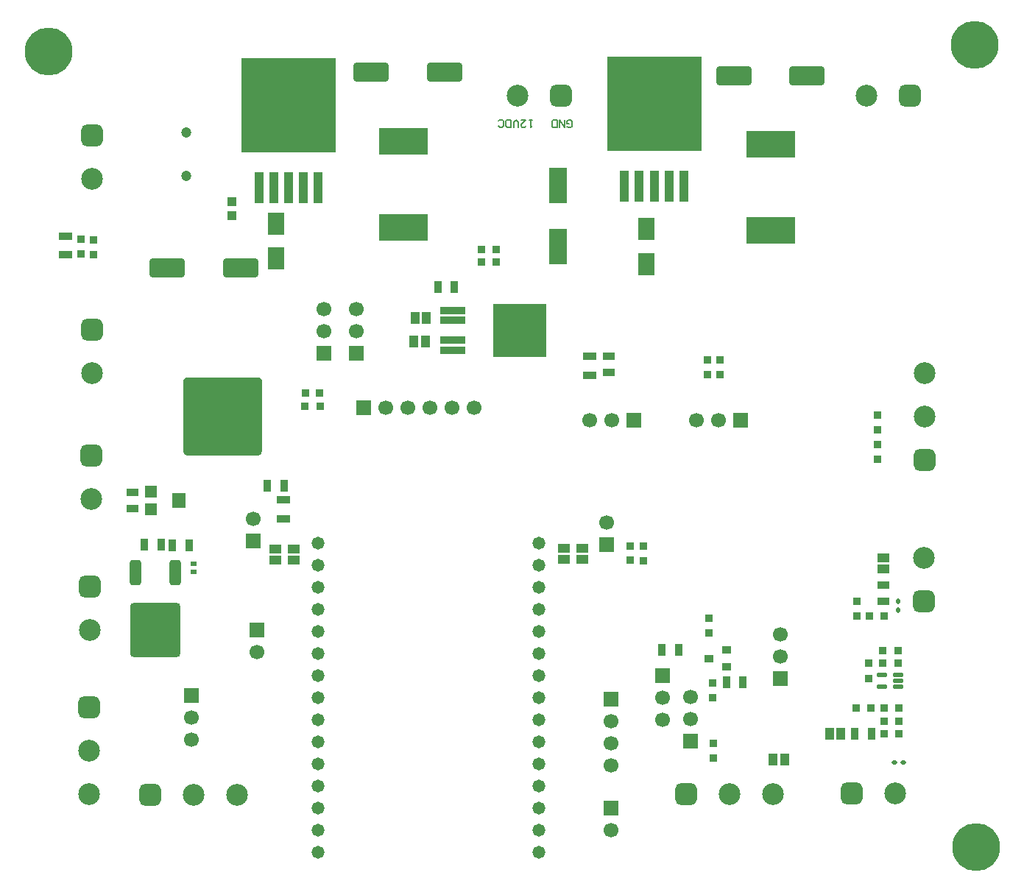
<source format=gts>
G04*
G04 #@! TF.GenerationSoftware,Altium Limited,Altium Designer,22.10.1 (41)*
G04*
G04 Layer_Color=8388736*
%FSLAX25Y25*%
%MOIN*%
G70*
G04*
G04 #@! TF.SameCoordinates,F8C157B4-DA96-4F04-9901-D09C045D4249*
G04*
G04*
G04 #@! TF.FilePolarity,Negative*
G04*
G01*
G75*
%ADD17C,0.00591*%
G04:AMPARAMS|DCode=45|XSize=162.99mil|YSize=87.4mil|CornerRadius=18.66mil|HoleSize=0mil|Usage=FLASHONLY|Rotation=180.000|XOffset=0mil|YOffset=0mil|HoleType=Round|Shape=RoundedRectangle|*
%AMROUNDEDRECTD45*
21,1,0.16299,0.05008,0,0,180.0*
21,1,0.12567,0.08740,0,0,180.0*
1,1,0.03732,-0.06284,0.02504*
1,1,0.03732,0.06284,0.02504*
1,1,0.03732,0.06284,-0.02504*
1,1,0.03732,-0.06284,-0.02504*
%
%ADD45ROUNDEDRECTD45*%
%ADD46R,0.08268X0.16142*%
%ADD47R,0.22047X0.12205*%
%ADD48R,0.04331X0.14173*%
%ADD49R,0.42520X0.42520*%
G04:AMPARAMS|DCode=50|XSize=45.67mil|YSize=19.29mil|CornerRadius=3.89mil|HoleSize=0mil|Usage=FLASHONLY|Rotation=180.000|XOffset=0mil|YOffset=0mil|HoleType=Round|Shape=RoundedRectangle|*
%AMROUNDEDRECTD50*
21,1,0.04567,0.01152,0,0,180.0*
21,1,0.03789,0.01929,0,0,180.0*
1,1,0.00778,-0.01895,0.00576*
1,1,0.00778,0.01895,0.00576*
1,1,0.00778,0.01895,-0.00576*
1,1,0.00778,-0.01895,-0.00576*
%
%ADD50ROUNDEDRECTD50*%
%ADD51R,0.06094X0.03394*%
%ADD52R,0.05294X0.05295*%
%ADD53R,0.06299X0.06693*%
%ADD54R,0.03543X0.03543*%
%ADD55R,0.03543X0.03543*%
%ADD56R,0.05512X0.03937*%
%ADD57R,0.03937X0.05512*%
%ADD58R,0.04331X0.04134*%
G04:AMPARAMS|DCode=59|XSize=225.59mil|YSize=244.1mil|CornerRadius=13.05mil|HoleSize=0mil|Usage=FLASHONLY|Rotation=180.000|XOffset=0mil|YOffset=0mil|HoleType=Round|Shape=RoundedRectangle|*
%AMROUNDEDRECTD59*
21,1,0.22559,0.21799,0,0,180.0*
21,1,0.19949,0.24410,0,0,180.0*
1,1,0.02610,-0.09974,0.10900*
1,1,0.02610,0.09974,0.10900*
1,1,0.02610,0.09974,-0.10900*
1,1,0.02610,-0.09974,-0.10900*
%
%ADD59ROUNDEDRECTD59*%
G04:AMPARAMS|DCode=60|XSize=51.97mil|YSize=115.35mil|CornerRadius=13.98mil|HoleSize=0mil|Usage=FLASHONLY|Rotation=180.000|XOffset=0mil|YOffset=0mil|HoleType=Round|Shape=RoundedRectangle|*
%AMROUNDEDRECTD60*
21,1,0.05197,0.08740,0,0,180.0*
21,1,0.02402,0.11535,0,0,180.0*
1,1,0.02795,-0.01201,0.04370*
1,1,0.02795,0.01201,0.04370*
1,1,0.02795,0.01201,-0.04370*
1,1,0.02795,-0.01201,-0.04370*
%
%ADD60ROUNDEDRECTD60*%
%ADD61R,0.11535X0.03583*%
%ADD62R,0.24410X0.24410*%
%ADD63R,0.03543X0.05512*%
%ADD64R,0.05512X0.03543*%
%ADD65R,0.03740X0.03740*%
%ADD66R,0.03740X0.03740*%
%ADD67R,0.02756X0.02362*%
%ADD68R,0.07284X0.10433*%
%ADD69R,0.03937X0.03543*%
G04:AMPARAMS|DCode=70|XSize=23.62mil|YSize=17.72mil|CornerRadius=5.41mil|HoleSize=0mil|Usage=FLASHONLY|Rotation=180.000|XOffset=0mil|YOffset=0mil|HoleType=Round|Shape=RoundedRectangle|*
%AMROUNDEDRECTD70*
21,1,0.02362,0.00689,0,0,180.0*
21,1,0.01280,0.01772,0,0,180.0*
1,1,0.01083,-0.00640,0.00345*
1,1,0.01083,0.00640,0.00345*
1,1,0.01083,0.00640,-0.00345*
1,1,0.01083,-0.00640,-0.00345*
%
%ADD70ROUNDEDRECTD70*%
G04:AMPARAMS|DCode=71|XSize=23.62mil|YSize=17.72mil|CornerRadius=5.41mil|HoleSize=0mil|Usage=FLASHONLY|Rotation=90.000|XOffset=0mil|YOffset=0mil|HoleType=Round|Shape=RoundedRectangle|*
%AMROUNDEDRECTD71*
21,1,0.02362,0.00689,0,0,90.0*
21,1,0.01280,0.01772,0,0,90.0*
1,1,0.01083,0.00345,0.00640*
1,1,0.01083,0.00345,-0.00640*
1,1,0.01083,-0.00345,-0.00640*
1,1,0.01083,-0.00345,0.00640*
%
%ADD71ROUNDEDRECTD71*%
%ADD72C,0.05800*%
%ADD73C,0.09843*%
G04:AMPARAMS|DCode=74|XSize=98.43mil|YSize=98.43mil|CornerRadius=25.59mil|HoleSize=0mil|Usage=FLASHONLY|Rotation=90.000|XOffset=0mil|YOffset=0mil|HoleType=Round|Shape=RoundedRectangle|*
%AMROUNDEDRECTD74*
21,1,0.09843,0.04724,0,0,90.0*
21,1,0.04724,0.09843,0,0,90.0*
1,1,0.05118,0.02362,0.02362*
1,1,0.05118,0.02362,-0.02362*
1,1,0.05118,-0.02362,-0.02362*
1,1,0.05118,-0.02362,0.02362*
%
%ADD74ROUNDEDRECTD74*%
G04:AMPARAMS|DCode=75|XSize=98.43mil|YSize=98.43mil|CornerRadius=25.59mil|HoleSize=0mil|Usage=FLASHONLY|Rotation=0.000|XOffset=0mil|YOffset=0mil|HoleType=Round|Shape=RoundedRectangle|*
%AMROUNDEDRECTD75*
21,1,0.09843,0.04724,0,0,0.0*
21,1,0.04724,0.09843,0,0,0.0*
1,1,0.05118,0.02362,-0.02362*
1,1,0.05118,-0.02362,-0.02362*
1,1,0.05118,-0.02362,0.02362*
1,1,0.05118,0.02362,0.02362*
%
%ADD75ROUNDEDRECTD75*%
%ADD76C,0.04724*%
%ADD77C,0.21654*%
%ADD78C,0.06693*%
%ADD79R,0.06693X0.06693*%
%ADD80R,0.06693X0.06693*%
%ADD81C,0.02756*%
G36*
X80610Y226520D02*
Y226873D01*
X80880Y227524D01*
X81378Y228022D01*
X82029Y228292D01*
X82382D01*
Y228292D01*
X114474Y228292D01*
X114854D01*
X115558Y228001D01*
X116096Y227462D01*
X116388Y226759D01*
Y226378D01*
X116388D01*
Y195226D01*
Y194766D01*
X116036Y193916D01*
X115385Y193265D01*
X114535Y192913D01*
X114075D01*
D01*
X82972Y192913D01*
X82503D01*
X81634Y193273D01*
X80970Y193938D01*
X80610Y194806D01*
Y195276D01*
X80610D01*
X80610Y226520D01*
D02*
G37*
D17*
X254297Y341996D02*
X254855Y341438D01*
X255970D01*
X256527Y341996D01*
Y344226D01*
X255970Y344783D01*
X254855D01*
X254297Y344226D01*
Y343111D01*
X255412D01*
X253182Y344783D02*
Y341438D01*
X250952Y344783D01*
Y341438D01*
X249837D02*
Y344783D01*
X248164D01*
X247606Y344226D01*
Y341996D01*
X248164Y341438D01*
X249837D01*
X238531Y344980D02*
X237416D01*
X237973D01*
Y341635D01*
X238531Y342193D01*
X233513Y344980D02*
X235743D01*
X233513Y342750D01*
Y342193D01*
X234070Y341635D01*
X235186D01*
X235743Y342193D01*
X232398Y341635D02*
Y343865D01*
X231283Y344980D01*
X230168Y343865D01*
Y341635D01*
X229052D02*
Y344980D01*
X227380D01*
X226822Y344423D01*
Y342193D01*
X227380Y341635D01*
X229052D01*
X223477Y342193D02*
X224034Y341635D01*
X225149D01*
X225707Y342193D01*
Y344423D01*
X225149Y344980D01*
X224034D01*
X223477Y344423D01*
D45*
X106551Y277887D02*
D03*
X73362D02*
D03*
X165689Y366437D02*
D03*
X198878D02*
D03*
X329862Y364862D02*
D03*
X363051D02*
D03*
D46*
X250394Y287402D02*
D03*
Y315354D02*
D03*
D47*
X180328Y296328D02*
D03*
Y335305D02*
D03*
X346654Y294980D02*
D03*
Y333957D02*
D03*
D48*
X287142Y314958D02*
D03*
X293835D02*
D03*
X300528D02*
D03*
X307221D02*
D03*
X280449D02*
D03*
X121535Y314308D02*
D03*
X128228D02*
D03*
X134921D02*
D03*
X141614D02*
D03*
X114842D02*
D03*
D49*
X293843Y352163D02*
D03*
X128236Y351513D02*
D03*
D50*
X396966Y93405D02*
D03*
Y88287D02*
D03*
X404328Y93405D02*
D03*
Y90847D02*
D03*
Y88287D02*
D03*
D51*
X27362Y283792D02*
D03*
Y292192D02*
D03*
X264665Y237763D02*
D03*
Y229363D02*
D03*
X125952Y172766D02*
D03*
Y164366D02*
D03*
D52*
X65920Y176637D02*
D03*
Y168566D02*
D03*
D53*
X78813Y172601D02*
D03*
D54*
X323721Y236122D02*
D03*
Y229626D02*
D03*
X282874Y145374D02*
D03*
Y151870D02*
D03*
D55*
X215768Y286250D02*
D03*
X222264D02*
D03*
X142421Y221230D02*
D03*
X135925D02*
D03*
D56*
X253150Y150984D02*
D03*
Y145866D02*
D03*
X261417Y150886D02*
D03*
Y145768D02*
D03*
X397736Y146653D02*
D03*
Y141535D02*
D03*
X130610Y145571D02*
D03*
Y150689D02*
D03*
X122441Y145571D02*
D03*
Y150689D02*
D03*
D57*
X347736Y55118D02*
D03*
X352854D02*
D03*
X373339Y66724D02*
D03*
X378457D02*
D03*
X190748Y255217D02*
D03*
X185630D02*
D03*
X190196Y244419D02*
D03*
X185078D02*
D03*
D58*
X102635Y301659D02*
D03*
Y307958D02*
D03*
D59*
X67864Y113789D02*
D03*
D60*
X76880Y139971D02*
D03*
X58848D02*
D03*
D61*
X202822Y258632D02*
D03*
Y254132D02*
D03*
Y245132D02*
D03*
Y240632D02*
D03*
D62*
X233022Y249632D02*
D03*
D63*
X334154Y90158D02*
D03*
X326673D02*
D03*
X83189Y152333D02*
D03*
X75708D02*
D03*
X70564Y152560D02*
D03*
X63083D02*
D03*
X384727Y66831D02*
D03*
X392207D02*
D03*
X195965Y269193D02*
D03*
X203445D02*
D03*
X118701Y179134D02*
D03*
X126181D02*
D03*
X304921Y104921D02*
D03*
X297441D02*
D03*
D64*
X397736Y134252D02*
D03*
Y126772D02*
D03*
X57776Y168799D02*
D03*
Y176279D02*
D03*
X273318Y237984D02*
D03*
Y230504D02*
D03*
D65*
X320571Y62598D02*
D03*
Y55905D02*
D03*
X395079Y204527D02*
D03*
Y211221D02*
D03*
Y191102D02*
D03*
Y197795D02*
D03*
X320177Y83268D02*
D03*
Y89961D02*
D03*
X385531Y120276D02*
D03*
Y126969D02*
D03*
X390903Y92028D02*
D03*
Y98721D02*
D03*
X317913Y229528D02*
D03*
Y236221D02*
D03*
X34252Y290748D02*
D03*
Y284055D02*
D03*
X40059Y283957D02*
D03*
Y290650D02*
D03*
X288976Y145276D02*
D03*
Y151969D02*
D03*
X318504Y119291D02*
D03*
Y112598D02*
D03*
D66*
X404528Y66831D02*
D03*
X397835D02*
D03*
X404528Y72687D02*
D03*
X397835D02*
D03*
X404528Y78543D02*
D03*
X397835D02*
D03*
X398085Y120276D02*
D03*
X391392D02*
D03*
X385322Y78543D02*
D03*
X392015D02*
D03*
X404190Y99016D02*
D03*
X397497D02*
D03*
X404190Y104601D02*
D03*
X397497D02*
D03*
X222441Y280610D02*
D03*
X215748D02*
D03*
X135827Y215158D02*
D03*
X142520D02*
D03*
D67*
X85236Y140236D02*
D03*
Y143819D02*
D03*
D68*
X122671Y297909D02*
D03*
Y282161D02*
D03*
X290453Y295374D02*
D03*
Y279626D02*
D03*
D69*
X326624Y97244D02*
D03*
Y104724D02*
D03*
X318652Y100984D02*
D03*
D70*
X402658Y53740D02*
D03*
X406595D02*
D03*
D71*
X404331Y126772D02*
D03*
Y122835D02*
D03*
D72*
X241732Y153150D02*
D03*
Y143150D02*
D03*
Y133150D02*
D03*
Y123150D02*
D03*
Y113150D02*
D03*
Y103150D02*
D03*
Y93150D02*
D03*
Y83150D02*
D03*
Y73150D02*
D03*
Y63150D02*
D03*
Y53150D02*
D03*
Y43150D02*
D03*
Y33150D02*
D03*
Y23150D02*
D03*
Y13150D02*
D03*
X141732D02*
D03*
Y23150D02*
D03*
Y33150D02*
D03*
Y43150D02*
D03*
Y53150D02*
D03*
Y63150D02*
D03*
Y73150D02*
D03*
Y83150D02*
D03*
Y93150D02*
D03*
Y103150D02*
D03*
Y113150D02*
D03*
Y123150D02*
D03*
Y133150D02*
D03*
Y143150D02*
D03*
Y153150D02*
D03*
D73*
X416339Y230315D02*
D03*
Y210630D02*
D03*
X347736Y39665D02*
D03*
X328051D02*
D03*
X38091Y39370D02*
D03*
Y59055D02*
D03*
X104921Y39173D02*
D03*
X85236D02*
D03*
X38386Y113878D02*
D03*
X403051Y39934D02*
D03*
X416142Y146457D02*
D03*
X38878Y173130D02*
D03*
X39272Y230315D02*
D03*
X389970Y355850D02*
D03*
X39224Y318110D02*
D03*
X232087Y355905D02*
D03*
D74*
X416339Y190945D02*
D03*
X38091Y78740D02*
D03*
X38386Y133563D02*
D03*
X416142Y126772D02*
D03*
X38878Y192815D02*
D03*
X39272Y250000D02*
D03*
X39224Y337795D02*
D03*
D75*
X308366Y39665D02*
D03*
X65551Y39173D02*
D03*
X383366Y39934D02*
D03*
X409655Y355850D02*
D03*
X251772Y355905D02*
D03*
D76*
X82087Y319390D02*
D03*
Y339075D02*
D03*
D77*
X439665Y15650D02*
D03*
X19539Y375984D02*
D03*
X438976Y378839D02*
D03*
D78*
X172382Y214567D02*
D03*
X182382D02*
D03*
X192382D02*
D03*
X202382D02*
D03*
X212382D02*
D03*
X274311Y52638D02*
D03*
Y62638D02*
D03*
Y72638D02*
D03*
X350984Y111870D02*
D03*
Y101870D02*
D03*
X297578Y73268D02*
D03*
Y83268D02*
D03*
X84449Y64311D02*
D03*
Y74311D02*
D03*
X310335Y83622D02*
D03*
Y73622D02*
D03*
X144193Y259252D02*
D03*
Y249252D02*
D03*
X158858Y259252D02*
D03*
Y249252D02*
D03*
X264665Y208850D02*
D03*
X274665D02*
D03*
X312972Y209012D02*
D03*
X322972D02*
D03*
X272441Y162461D02*
D03*
X112303Y164035D02*
D03*
X114075Y103789D02*
D03*
X274311Y23150D02*
D03*
D79*
X162382Y214567D02*
D03*
X284665Y208850D02*
D03*
X332972Y209012D02*
D03*
D80*
X274311Y82638D02*
D03*
X350984Y91870D02*
D03*
X297578Y93268D02*
D03*
X84449Y84311D02*
D03*
X310335Y63622D02*
D03*
X144193Y239252D02*
D03*
X158858D02*
D03*
X272441Y152461D02*
D03*
X112303Y154035D02*
D03*
X114075Y113789D02*
D03*
X274311Y33150D02*
D03*
D81*
X275708Y370747D02*
D03*
Y364842D02*
D03*
Y358936D02*
D03*
Y353030D02*
D03*
Y347125D02*
D03*
Y341219D02*
D03*
Y335314D02*
D03*
X281613D02*
D03*
X287519D02*
D03*
X293425D02*
D03*
X299330D02*
D03*
X305236D02*
D03*
X311141D02*
D03*
Y341219D02*
D03*
X305236D02*
D03*
X299330D02*
D03*
X293425D02*
D03*
X287519D02*
D03*
X281613D02*
D03*
X311141Y347125D02*
D03*
X305236D02*
D03*
X299330D02*
D03*
X293425D02*
D03*
X287519D02*
D03*
X281613D02*
D03*
X311141Y353030D02*
D03*
X305236D02*
D03*
X299330D02*
D03*
X293425D02*
D03*
X287519D02*
D03*
X281613D02*
D03*
X311141Y358936D02*
D03*
X305236D02*
D03*
X299330D02*
D03*
X293425D02*
D03*
X287519D02*
D03*
X281613D02*
D03*
X311141Y364842D02*
D03*
X305236D02*
D03*
X299330D02*
D03*
X293425D02*
D03*
X287519D02*
D03*
X281613D02*
D03*
X311141Y370747D02*
D03*
X305236D02*
D03*
X299330D02*
D03*
X293425D02*
D03*
X287519D02*
D03*
X281613D02*
D03*
X116043Y370079D02*
D03*
X121949D02*
D03*
X127854D02*
D03*
X133760D02*
D03*
X139665D02*
D03*
X145571D02*
D03*
X116043Y364173D02*
D03*
X121949D02*
D03*
X127854D02*
D03*
X133760D02*
D03*
X139665D02*
D03*
X145571D02*
D03*
X116043Y358268D02*
D03*
X121949D02*
D03*
X127854D02*
D03*
X133760D02*
D03*
X139665D02*
D03*
X145571D02*
D03*
X116043Y352362D02*
D03*
X121949D02*
D03*
X127854D02*
D03*
X133760D02*
D03*
X139665D02*
D03*
X145571D02*
D03*
X116043Y346457D02*
D03*
X121949D02*
D03*
X127854D02*
D03*
X133760D02*
D03*
X139665D02*
D03*
X145571D02*
D03*
X116043Y340551D02*
D03*
X121949D02*
D03*
X127854D02*
D03*
X133760D02*
D03*
X139665D02*
D03*
X145571D02*
D03*
Y334646D02*
D03*
X139665D02*
D03*
X133760D02*
D03*
X127854D02*
D03*
X121949D02*
D03*
X116043D02*
D03*
X110138D02*
D03*
Y340551D02*
D03*
Y346457D02*
D03*
Y352362D02*
D03*
Y358268D02*
D03*
Y364173D02*
D03*
Y370079D02*
D03*
X103051Y205807D02*
D03*
X99836Y209022D02*
D03*
Y215453D02*
D03*
X103051D02*
D03*
X93405D02*
D03*
X103051Y209022D02*
D03*
Y212238D02*
D03*
X99836Y205807D02*
D03*
Y212238D02*
D03*
X96621Y205807D02*
D03*
Y209022D02*
D03*
Y212238D02*
D03*
Y215453D02*
D03*
X93405Y209022D02*
D03*
Y212238D02*
D03*
Y205807D02*
D03*
M02*

</source>
